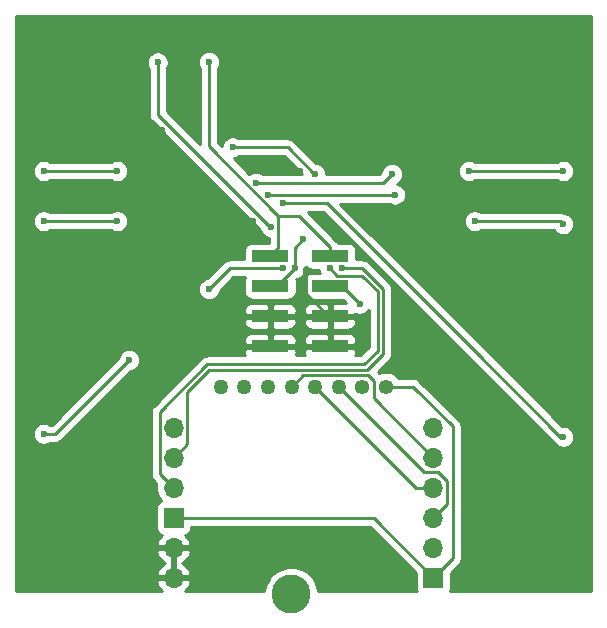
<source format=gbr>
%TF.GenerationSoftware,KiCad,Pcbnew,(5.1.5)-3*%
%TF.CreationDate,2021-06-07T17:55:49+02:00*%
%TF.ProjectId,HB-RC-6-PBU-LED,48422d52-432d-4362-9d50-42552d4c4544,rev?*%
%TF.SameCoordinates,Original*%
%TF.FileFunction,Copper,L2,Bot*%
%TF.FilePolarity,Positive*%
%FSLAX46Y46*%
G04 Gerber Fmt 4.6, Leading zero omitted, Abs format (unit mm)*
G04 Created by KiCad (PCBNEW (5.1.5)-3) date 2021-06-07 17:55:49*
%MOMM*%
%LPD*%
G04 APERTURE LIST*
%TA.AperFunction,SMDPad,CuDef*%
%ADD10R,3.150000X1.000000*%
%TD*%
%TA.AperFunction,ComponentPad*%
%ADD11O,1.270000X1.270000*%
%TD*%
%TA.AperFunction,ComponentPad*%
%ADD12C,1.270000*%
%TD*%
%TA.AperFunction,WasherPad*%
%ADD13C,3.300000*%
%TD*%
%TA.AperFunction,ComponentPad*%
%ADD14O,1.700000X1.700000*%
%TD*%
%TA.AperFunction,ComponentPad*%
%ADD15R,1.700000X1.700000*%
%TD*%
%TA.AperFunction,ViaPad*%
%ADD16C,0.600000*%
%TD*%
%TA.AperFunction,Conductor*%
%ADD17C,0.250000*%
%TD*%
%TA.AperFunction,Conductor*%
%ADD18C,0.254000*%
%TD*%
G04 APERTURE END LIST*
D10*
%TO.P,J1,8*%
%TO.N,GND*%
X192200000Y-78580000D03*
%TO.P,J1,7*%
X197250000Y-78580000D03*
%TO.P,J1,6*%
X192200000Y-76040000D03*
%TO.P,J1,5*%
X197250000Y-76040000D03*
%TO.P,J1,4*%
%TO.N,+3V3*%
X192200000Y-73500000D03*
%TO.P,J1,3*%
X197250000Y-73500000D03*
%TO.P,J1,2*%
%TO.N,+5V*%
X192200000Y-70960000D03*
%TO.P,J1,1*%
X197250000Y-70960000D03*
%TD*%
D11*
%TO.P,U2,1*%
%TO.N,+3V3*%
X202000000Y-82000000D03*
%TO.P,U2,2*%
%TO.N,GND*%
X200000000Y-82000000D03*
D12*
%TO.P,U2,3*%
%TO.N,/MOSI*%
X198000000Y-82000000D03*
%TO.P,U2,4*%
%TO.N,/SCK*%
X196000000Y-82000000D03*
%TO.P,U2,5*%
%TO.N,/MISO*%
X194000000Y-82000000D03*
%TO.P,U2,6*%
%TO.N,Net-(U2-Pad6)*%
X192000000Y-82000000D03*
%TO.P,U2,7*%
%TO.N,/GDO0*%
X190000000Y-82000000D03*
%TO.P,U2,8*%
%TO.N,/CC_CSN*%
X188000000Y-82000000D03*
D13*
%TO.P,U2,*%
%TO.N,*%
X193984000Y-99526000D03*
%TD*%
D14*
%TO.P,J2,6*%
%TO.N,/RESET*%
X206000000Y-85480000D03*
%TO.P,J2,5*%
%TO.N,/MISO*%
X206000000Y-88020000D03*
%TO.P,J2,4*%
%TO.N,/SCK*%
X206000000Y-90560000D03*
%TO.P,J2,3*%
%TO.N,/MOSI*%
X206000000Y-93100000D03*
%TO.P,J2,2*%
%TO.N,GND*%
X206000000Y-95640000D03*
D15*
%TO.P,J2,1*%
%TO.N,+3V3*%
X206000000Y-98180000D03*
%TD*%
D14*
%TO.P,J3,6*%
%TO.N,GND*%
X184000000Y-98200000D03*
%TO.P,J3,5*%
X184000000Y-95660000D03*
D15*
%TO.P,J3,4*%
%TO.N,+3V3*%
X184000000Y-93120000D03*
D14*
%TO.P,J3,3*%
%TO.N,/TX*%
X184000000Y-90580000D03*
%TO.P,J3,2*%
%TO.N,/RX*%
X184000000Y-88040000D03*
%TO.P,J3,1*%
%TO.N,/DTR*%
X184000000Y-85500000D03*
%TD*%
D16*
%TO.N,GND*%
X194750000Y-63750000D03*
X179000000Y-78500000D03*
X190750000Y-68000000D03*
X195250000Y-72250000D03*
X199750000Y-79000000D03*
X203750000Y-67250000D03*
X181000000Y-54500000D03*
X192500000Y-52500000D03*
X192500000Y-56000000D03*
X212875000Y-60875000D03*
X179000000Y-60250000D03*
X183000000Y-60250000D03*
X181000000Y-62000000D03*
X183000000Y-62000000D03*
X181000000Y-68750000D03*
X183500000Y-68750000D03*
X181000000Y-70750000D03*
X213750000Y-62500000D03*
X213750000Y-66000000D03*
X213750000Y-79250000D03*
X213750000Y-85250000D03*
X214000000Y-94750000D03*
X210750000Y-97750000D03*
X217000000Y-82000000D03*
X214750000Y-52750000D03*
X214000000Y-97750000D03*
X194750000Y-56000000D03*
X197000000Y-56000000D03*
X199250000Y-56000000D03*
X183500000Y-66750000D03*
X186000000Y-66750000D03*
X181000000Y-60250000D03*
X181000000Y-58250000D03*
X181000000Y-56350000D03*
X188600000Y-52550000D03*
X184800000Y-52550000D03*
X181000000Y-52550000D03*
%TO.N,+3V3*%
X196000000Y-64000000D03*
X195000000Y-69500000D03*
X194250000Y-72000000D03*
X199750000Y-75000000D03*
X189000000Y-61750000D03*
%TO.N,/RESET*%
X193250000Y-72000000D03*
X187000000Y-73750000D03*
%TO.N,+5V*%
X187000000Y-54500000D03*
%TO.N,/RX*%
X198250000Y-72000000D03*
%TO.N,/TX*%
X197250000Y-72000000D03*
%TO.N,/WS2812B_LED_3V3_Lvl*%
X182650000Y-54550000D03*
X192250000Y-68500000D03*
%TO.N,/BTN1*%
X173000000Y-63750000D03*
X179250000Y-63750000D03*
%TO.N,/BTN2*%
X173000000Y-68000000D03*
X179250000Y-68000000D03*
%TO.N,/BTN3*%
X173000000Y-86000000D03*
X180250000Y-79750000D03*
%TO.N,/BTN4*%
X217000000Y-63750000D03*
X209000000Y-63750000D03*
X202500000Y-64000000D03*
X191000000Y-64750000D03*
%TO.N,/BTN5*%
X217000000Y-68250000D03*
X202750000Y-65750000D03*
X192000000Y-65750000D03*
X209500000Y-68000000D03*
%TO.N,/BTN6*%
X193250000Y-66500000D03*
X217000000Y-86250000D03*
%TD*%
D17*
%TO.N,GND*%
X192200000Y-76040000D02*
X197250000Y-76040000D01*
X197250000Y-76040000D02*
X197250000Y-78580000D01*
X197250000Y-78580000D02*
X192200000Y-78580000D01*
X192200000Y-78580000D02*
X192200000Y-76040000D01*
X199330000Y-78580000D02*
X199750000Y-79000000D01*
X197250000Y-78580000D02*
X199330000Y-78580000D01*
X197129998Y-76040000D02*
X197250000Y-76040000D01*
X195250000Y-74160002D02*
X197129998Y-76040000D01*
X195250000Y-72250000D02*
X195250000Y-74160002D01*
%TO.N,+3V3*%
X207625011Y-96554989D02*
X206000000Y-98180000D01*
X207625011Y-85366009D02*
X207625011Y-96554989D01*
X204259002Y-82000000D02*
X207625011Y-85366009D01*
X202000000Y-82000000D02*
X204259002Y-82000000D01*
X200940000Y-93120000D02*
X206000000Y-98180000D01*
X184000000Y-93120000D02*
X200940000Y-93120000D01*
X194250000Y-70250000D02*
X195000000Y-69500000D01*
X194250000Y-72000000D02*
X194250000Y-70250000D01*
X192750000Y-73500000D02*
X194250000Y-72000000D01*
X192200000Y-73500000D02*
X192750000Y-73500000D01*
X198250000Y-73500000D02*
X199750000Y-75000000D01*
X197250000Y-73500000D02*
X198250000Y-73500000D01*
X195925002Y-64000000D02*
X196000000Y-64000000D01*
X193675002Y-61750000D02*
X195925002Y-64000000D01*
X189000000Y-61750000D02*
X193675002Y-61750000D01*
%TO.N,/RESET*%
X188750000Y-72000000D02*
X187000000Y-73750000D01*
X193250000Y-72000000D02*
X188750000Y-72000000D01*
%TO.N,+5V*%
X192875001Y-70284999D02*
X192200000Y-70960000D01*
X192875001Y-67550003D02*
X192875001Y-70284999D01*
X187000000Y-61675002D02*
X192875001Y-67550003D01*
X187000000Y-54500000D02*
X187000000Y-61675002D01*
X194590003Y-67550003D02*
X192875001Y-67550003D01*
X197250000Y-70210000D02*
X194590003Y-67550003D01*
X197250000Y-70960000D02*
X197250000Y-70210000D01*
%TO.N,/MOSI*%
X205250000Y-89250000D02*
X198000000Y-82000000D01*
X206429002Y-89250000D02*
X205250000Y-89250000D01*
X207175001Y-89995999D02*
X206429002Y-89250000D01*
X207175001Y-91924999D02*
X207175001Y-89995999D01*
X206000000Y-93100000D02*
X207175001Y-91924999D01*
%TO.N,/SCK*%
X204560000Y-90560000D02*
X196000000Y-82000000D01*
X206000000Y-90560000D02*
X204560000Y-90560000D01*
%TO.N,/MISO*%
X200460801Y-81039999D02*
X194960001Y-81039999D01*
X200960001Y-81539199D02*
X200460801Y-81039999D01*
X194960001Y-81039999D02*
X194000000Y-82000000D01*
X200960001Y-82980001D02*
X200960001Y-81539199D01*
X206000000Y-88020000D02*
X200960001Y-82980001D01*
%TO.N,/RX*%
X200000000Y-72000000D02*
X198250000Y-72000000D01*
X201750000Y-73750000D02*
X200000000Y-72000000D01*
X200410011Y-80589989D02*
X201750000Y-79250000D01*
X187046421Y-80589989D02*
X200410011Y-80589989D01*
X201750000Y-79250000D02*
X201750000Y-73750000D01*
X185175001Y-82461409D02*
X187046421Y-80589989D01*
X185175001Y-86864999D02*
X185175001Y-82461409D01*
X184000000Y-88040000D02*
X185175001Y-86864999D01*
%TO.N,/TX*%
X197875001Y-72625001D02*
X197250000Y-72000000D01*
X199988591Y-72625001D02*
X197875001Y-72625001D01*
X201299990Y-73936400D02*
X199988591Y-72625001D01*
X201299990Y-78950010D02*
X201299990Y-73936400D01*
X186875000Y-80125000D02*
X200125000Y-80125000D01*
X200125000Y-80125000D02*
X201299990Y-78950010D01*
X182824999Y-84175001D02*
X186875000Y-80125000D01*
X182824999Y-89404999D02*
X182824999Y-84175001D01*
X184000000Y-90580000D02*
X182824999Y-89404999D01*
%TO.N,/WS2812B_LED_3V3_Lvl*%
X192175002Y-68500000D02*
X192250000Y-68500000D01*
X182650000Y-54550000D02*
X182650000Y-58974998D01*
X182650000Y-58974998D02*
X192175002Y-68500000D01*
%TO.N,/BTN1*%
X173000000Y-63750000D02*
X179250000Y-63750000D01*
%TO.N,/BTN2*%
X173000000Y-68000000D02*
X179250000Y-68000000D01*
%TO.N,/BTN3*%
X174000000Y-86000000D02*
X180250000Y-79750000D01*
X173000000Y-86000000D02*
X174000000Y-86000000D01*
%TO.N,/BTN4*%
X209000000Y-63750000D02*
X217000000Y-63750000D01*
X201750000Y-64750000D02*
X202500000Y-64000000D01*
X191000000Y-64750000D02*
X201750000Y-64750000D01*
%TO.N,/BTN5*%
X192000000Y-65750000D02*
X202750000Y-65750000D01*
X216750000Y-68000000D02*
X217000000Y-68250000D01*
X209500000Y-68000000D02*
X216750000Y-68000000D01*
%TO.N,/BTN6*%
X216750000Y-86250000D02*
X217000000Y-86250000D01*
X193250000Y-66500000D02*
X195500000Y-66500000D01*
X197000000Y-66500000D02*
X209350000Y-78850000D01*
X195500000Y-66500000D02*
X197000000Y-66500000D01*
X209350000Y-78850000D02*
X216750000Y-86250000D01*
X208750000Y-78250000D02*
X209350000Y-78850000D01*
%TD*%
D18*
%TO.N,GND*%
G36*
X219340001Y-99340000D02*
G01*
X207404320Y-99340000D01*
X207439502Y-99274180D01*
X207475812Y-99154482D01*
X207488072Y-99030000D01*
X207488072Y-97766730D01*
X208136014Y-97118788D01*
X208165012Y-97094990D01*
X208259985Y-96979265D01*
X208330557Y-96847236D01*
X208374014Y-96703975D01*
X208385011Y-96592322D01*
X208388688Y-96554989D01*
X208385011Y-96517656D01*
X208385011Y-85403342D01*
X208388688Y-85366009D01*
X208374014Y-85217023D01*
X208330557Y-85073762D01*
X208259985Y-84941733D01*
X208188810Y-84855006D01*
X208165012Y-84826008D01*
X208136015Y-84802211D01*
X204822806Y-81489003D01*
X204799003Y-81459999D01*
X204683278Y-81365026D01*
X204551249Y-81294454D01*
X204407988Y-81250997D01*
X204296335Y-81240000D01*
X204296324Y-81240000D01*
X204259002Y-81236324D01*
X204221680Y-81240000D01*
X203019600Y-81240000D01*
X202986473Y-81190422D01*
X202809578Y-81013527D01*
X202601571Y-80874541D01*
X202370445Y-80778805D01*
X202125084Y-80730000D01*
X201874916Y-80730000D01*
X201629555Y-80778805D01*
X201398429Y-80874541D01*
X201381474Y-80885870D01*
X201285202Y-80789599D01*
X202261004Y-79813798D01*
X202290001Y-79790001D01*
X202384974Y-79674276D01*
X202455546Y-79542247D01*
X202499003Y-79398986D01*
X202510000Y-79287333D01*
X202510000Y-79287332D01*
X202513677Y-79250000D01*
X202510000Y-79212667D01*
X202510000Y-73787325D01*
X202513676Y-73750000D01*
X202510000Y-73712675D01*
X202510000Y-73712667D01*
X202499003Y-73601014D01*
X202455546Y-73457753D01*
X202384974Y-73325724D01*
X202290001Y-73209999D01*
X202261003Y-73186201D01*
X200563804Y-71489003D01*
X200540001Y-71459999D01*
X200424276Y-71365026D01*
X200292247Y-71294454D01*
X200148986Y-71250997D01*
X200037333Y-71240000D01*
X200037322Y-71240000D01*
X200000000Y-71236324D01*
X199962678Y-71240000D01*
X199463072Y-71240000D01*
X199463072Y-70460000D01*
X199450812Y-70335518D01*
X199414502Y-70215820D01*
X199355537Y-70105506D01*
X199276185Y-70008815D01*
X199179494Y-69929463D01*
X199069180Y-69870498D01*
X198949482Y-69834188D01*
X198825000Y-69821928D01*
X197904326Y-69821928D01*
X197884974Y-69785724D01*
X197790001Y-69669999D01*
X197761003Y-69646201D01*
X195374801Y-67260000D01*
X196685199Y-67260000D01*
X208838996Y-79413799D01*
X208839007Y-79413808D01*
X216186201Y-86761003D01*
X216209999Y-86790001D01*
X216268238Y-86837796D01*
X216273738Y-86846028D01*
X216403972Y-86976262D01*
X216557111Y-87078586D01*
X216727271Y-87149068D01*
X216907911Y-87185000D01*
X217092089Y-87185000D01*
X217272729Y-87149068D01*
X217442889Y-87078586D01*
X217596028Y-86976262D01*
X217726262Y-86846028D01*
X217828586Y-86692889D01*
X217899068Y-86522729D01*
X217935000Y-86342089D01*
X217935000Y-86157911D01*
X217899068Y-85977271D01*
X217828586Y-85807111D01*
X217726262Y-85653972D01*
X217596028Y-85523738D01*
X217442889Y-85421414D01*
X217272729Y-85350932D01*
X217092089Y-85315000D01*
X216907911Y-85315000D01*
X216892806Y-85318005D01*
X209913808Y-78339007D01*
X209913799Y-78338996D01*
X199482713Y-67907911D01*
X208565000Y-67907911D01*
X208565000Y-68092089D01*
X208600932Y-68272729D01*
X208671414Y-68442889D01*
X208773738Y-68596028D01*
X208903972Y-68726262D01*
X209057111Y-68828586D01*
X209227271Y-68899068D01*
X209407911Y-68935000D01*
X209592089Y-68935000D01*
X209772729Y-68899068D01*
X209942889Y-68828586D01*
X210045535Y-68760000D01*
X216216256Y-68760000D01*
X216273738Y-68846028D01*
X216403972Y-68976262D01*
X216557111Y-69078586D01*
X216727271Y-69149068D01*
X216907911Y-69185000D01*
X217092089Y-69185000D01*
X217272729Y-69149068D01*
X217442889Y-69078586D01*
X217596028Y-68976262D01*
X217726262Y-68846028D01*
X217828586Y-68692889D01*
X217899068Y-68522729D01*
X217935000Y-68342089D01*
X217935000Y-68157911D01*
X217899068Y-67977271D01*
X217828586Y-67807111D01*
X217726262Y-67653972D01*
X217596028Y-67523738D01*
X217442889Y-67421414D01*
X217272729Y-67350932D01*
X217092089Y-67315000D01*
X217080685Y-67315000D01*
X217042247Y-67294454D01*
X216898986Y-67250997D01*
X216787333Y-67240000D01*
X216787322Y-67240000D01*
X216750000Y-67236324D01*
X216712678Y-67240000D01*
X210045535Y-67240000D01*
X209942889Y-67171414D01*
X209772729Y-67100932D01*
X209592089Y-67065000D01*
X209407911Y-67065000D01*
X209227271Y-67100932D01*
X209057111Y-67171414D01*
X208903972Y-67273738D01*
X208773738Y-67403972D01*
X208671414Y-67557111D01*
X208600932Y-67727271D01*
X208565000Y-67907911D01*
X199482713Y-67907911D01*
X198084801Y-66510000D01*
X202204465Y-66510000D01*
X202307111Y-66578586D01*
X202477271Y-66649068D01*
X202657911Y-66685000D01*
X202842089Y-66685000D01*
X203022729Y-66649068D01*
X203192889Y-66578586D01*
X203346028Y-66476262D01*
X203476262Y-66346028D01*
X203578586Y-66192889D01*
X203649068Y-66022729D01*
X203685000Y-65842089D01*
X203685000Y-65657911D01*
X203649068Y-65477271D01*
X203578586Y-65307111D01*
X203476262Y-65153972D01*
X203346028Y-65023738D01*
X203192889Y-64921414D01*
X203022729Y-64850932D01*
X202932345Y-64832953D01*
X202942889Y-64828586D01*
X203096028Y-64726262D01*
X203226262Y-64596028D01*
X203328586Y-64442889D01*
X203399068Y-64272729D01*
X203435000Y-64092089D01*
X203435000Y-63907911D01*
X203399068Y-63727271D01*
X203370339Y-63657911D01*
X208065000Y-63657911D01*
X208065000Y-63842089D01*
X208100932Y-64022729D01*
X208171414Y-64192889D01*
X208273738Y-64346028D01*
X208403972Y-64476262D01*
X208557111Y-64578586D01*
X208727271Y-64649068D01*
X208907911Y-64685000D01*
X209092089Y-64685000D01*
X209272729Y-64649068D01*
X209442889Y-64578586D01*
X209545535Y-64510000D01*
X216454465Y-64510000D01*
X216557111Y-64578586D01*
X216727271Y-64649068D01*
X216907911Y-64685000D01*
X217092089Y-64685000D01*
X217272729Y-64649068D01*
X217442889Y-64578586D01*
X217596028Y-64476262D01*
X217726262Y-64346028D01*
X217828586Y-64192889D01*
X217899068Y-64022729D01*
X217935000Y-63842089D01*
X217935000Y-63657911D01*
X217899068Y-63477271D01*
X217828586Y-63307111D01*
X217726262Y-63153972D01*
X217596028Y-63023738D01*
X217442889Y-62921414D01*
X217272729Y-62850932D01*
X217092089Y-62815000D01*
X216907911Y-62815000D01*
X216727271Y-62850932D01*
X216557111Y-62921414D01*
X216454465Y-62990000D01*
X209545535Y-62990000D01*
X209442889Y-62921414D01*
X209272729Y-62850932D01*
X209092089Y-62815000D01*
X208907911Y-62815000D01*
X208727271Y-62850932D01*
X208557111Y-62921414D01*
X208403972Y-63023738D01*
X208273738Y-63153972D01*
X208171414Y-63307111D01*
X208100932Y-63477271D01*
X208065000Y-63657911D01*
X203370339Y-63657911D01*
X203328586Y-63557111D01*
X203226262Y-63403972D01*
X203096028Y-63273738D01*
X202942889Y-63171414D01*
X202772729Y-63100932D01*
X202592089Y-63065000D01*
X202407911Y-63065000D01*
X202227271Y-63100932D01*
X202057111Y-63171414D01*
X201903972Y-63273738D01*
X201773738Y-63403972D01*
X201671414Y-63557111D01*
X201600932Y-63727271D01*
X201576847Y-63848351D01*
X201435199Y-63990000D01*
X196935000Y-63990000D01*
X196935000Y-63907911D01*
X196899068Y-63727271D01*
X196828586Y-63557111D01*
X196726262Y-63403972D01*
X196596028Y-63273738D01*
X196442889Y-63171414D01*
X196272729Y-63100932D01*
X196092089Y-63065000D01*
X196064804Y-63065000D01*
X194238806Y-61239003D01*
X194215003Y-61209999D01*
X194099278Y-61115026D01*
X193967249Y-61044454D01*
X193823988Y-61000997D01*
X193712335Y-60990000D01*
X193712324Y-60990000D01*
X193675002Y-60986324D01*
X193637680Y-60990000D01*
X189545535Y-60990000D01*
X189442889Y-60921414D01*
X189272729Y-60850932D01*
X189092089Y-60815000D01*
X188907911Y-60815000D01*
X188727271Y-60850932D01*
X188557111Y-60921414D01*
X188403972Y-61023738D01*
X188273738Y-61153972D01*
X188171414Y-61307111D01*
X188100932Y-61477271D01*
X188065000Y-61657911D01*
X188065000Y-61665201D01*
X187760000Y-61360201D01*
X187760000Y-55045535D01*
X187828586Y-54942889D01*
X187899068Y-54772729D01*
X187935000Y-54592089D01*
X187935000Y-54407911D01*
X187899068Y-54227271D01*
X187828586Y-54057111D01*
X187726262Y-53903972D01*
X187596028Y-53773738D01*
X187442889Y-53671414D01*
X187272729Y-53600932D01*
X187092089Y-53565000D01*
X186907911Y-53565000D01*
X186727271Y-53600932D01*
X186557111Y-53671414D01*
X186403972Y-53773738D01*
X186273738Y-53903972D01*
X186171414Y-54057111D01*
X186100932Y-54227271D01*
X186065000Y-54407911D01*
X186065000Y-54592089D01*
X186100932Y-54772729D01*
X186171414Y-54942889D01*
X186240000Y-55045536D01*
X186240001Y-61490198D01*
X183410000Y-58660197D01*
X183410000Y-55095535D01*
X183478586Y-54992889D01*
X183549068Y-54822729D01*
X183585000Y-54642089D01*
X183585000Y-54457911D01*
X183549068Y-54277271D01*
X183478586Y-54107111D01*
X183376262Y-53953972D01*
X183246028Y-53823738D01*
X183092889Y-53721414D01*
X182922729Y-53650932D01*
X182742089Y-53615000D01*
X182557911Y-53615000D01*
X182377271Y-53650932D01*
X182207111Y-53721414D01*
X182053972Y-53823738D01*
X181923738Y-53953972D01*
X181821414Y-54107111D01*
X181750932Y-54277271D01*
X181715000Y-54457911D01*
X181715000Y-54642089D01*
X181750932Y-54822729D01*
X181821414Y-54992889D01*
X181890000Y-55095536D01*
X181890001Y-58937666D01*
X181886324Y-58974998D01*
X181900998Y-59123983D01*
X181944454Y-59267244D01*
X182015026Y-59399274D01*
X182086201Y-59486000D01*
X182110000Y-59514999D01*
X182138998Y-59538797D01*
X191345470Y-68745270D01*
X191350932Y-68772729D01*
X191421414Y-68942889D01*
X191523738Y-69096028D01*
X191653972Y-69226262D01*
X191807111Y-69328586D01*
X191977271Y-69399068D01*
X192115002Y-69426465D01*
X192115002Y-69821928D01*
X190625000Y-69821928D01*
X190500518Y-69834188D01*
X190380820Y-69870498D01*
X190270506Y-69929463D01*
X190173815Y-70008815D01*
X190094463Y-70105506D01*
X190035498Y-70215820D01*
X189999188Y-70335518D01*
X189986928Y-70460000D01*
X189986928Y-71240000D01*
X188787325Y-71240000D01*
X188750000Y-71236324D01*
X188712675Y-71240000D01*
X188712667Y-71240000D01*
X188601014Y-71250997D01*
X188457753Y-71294454D01*
X188325724Y-71365026D01*
X188209999Y-71459999D01*
X188186201Y-71488997D01*
X186848351Y-72826847D01*
X186727271Y-72850932D01*
X186557111Y-72921414D01*
X186403972Y-73023738D01*
X186273738Y-73153972D01*
X186171414Y-73307111D01*
X186100932Y-73477271D01*
X186065000Y-73657911D01*
X186065000Y-73842089D01*
X186100932Y-74022729D01*
X186171414Y-74192889D01*
X186273738Y-74346028D01*
X186403972Y-74476262D01*
X186557111Y-74578586D01*
X186727271Y-74649068D01*
X186907911Y-74685000D01*
X187092089Y-74685000D01*
X187272729Y-74649068D01*
X187442889Y-74578586D01*
X187596028Y-74476262D01*
X187726262Y-74346028D01*
X187828586Y-74192889D01*
X187899068Y-74022729D01*
X187923153Y-73901649D01*
X189064802Y-72760000D01*
X190034230Y-72760000D01*
X189999188Y-72875518D01*
X189986928Y-73000000D01*
X189986928Y-74000000D01*
X189999188Y-74124482D01*
X190035498Y-74244180D01*
X190094463Y-74354494D01*
X190173815Y-74451185D01*
X190270506Y-74530537D01*
X190380820Y-74589502D01*
X190500518Y-74625812D01*
X190625000Y-74638072D01*
X193775000Y-74638072D01*
X193899482Y-74625812D01*
X194019180Y-74589502D01*
X194129494Y-74530537D01*
X194226185Y-74451185D01*
X194305537Y-74354494D01*
X194364502Y-74244180D01*
X194400812Y-74124482D01*
X194413072Y-74000000D01*
X194413072Y-73000000D01*
X194405429Y-72922401D01*
X194522729Y-72899068D01*
X194692889Y-72828586D01*
X194846028Y-72726262D01*
X194976262Y-72596028D01*
X195078586Y-72442889D01*
X195149068Y-72272729D01*
X195185000Y-72092089D01*
X195185000Y-71907911D01*
X195173442Y-71849805D01*
X195223815Y-71911185D01*
X195320506Y-71990537D01*
X195430820Y-72049502D01*
X195550518Y-72085812D01*
X195675000Y-72098072D01*
X196316190Y-72098072D01*
X196350932Y-72272729D01*
X196387879Y-72361928D01*
X195675000Y-72361928D01*
X195550518Y-72374188D01*
X195430820Y-72410498D01*
X195320506Y-72469463D01*
X195223815Y-72548815D01*
X195144463Y-72645506D01*
X195085498Y-72755820D01*
X195049188Y-72875518D01*
X195036928Y-73000000D01*
X195036928Y-74000000D01*
X195049188Y-74124482D01*
X195085498Y-74244180D01*
X195144463Y-74354494D01*
X195223815Y-74451185D01*
X195320506Y-74530537D01*
X195430820Y-74589502D01*
X195550518Y-74625812D01*
X195675000Y-74638072D01*
X198313271Y-74638072D01*
X198577716Y-74902517D01*
X197535750Y-74905000D01*
X197377000Y-75063750D01*
X197377000Y-75913000D01*
X199301250Y-75913000D01*
X199362656Y-75851594D01*
X199477271Y-75899068D01*
X199657911Y-75935000D01*
X199842089Y-75935000D01*
X200022729Y-75899068D01*
X200192889Y-75828586D01*
X200346028Y-75726262D01*
X200476262Y-75596028D01*
X200539991Y-75500651D01*
X200539990Y-78635208D01*
X199810199Y-79365000D01*
X199392683Y-79365000D01*
X199414502Y-79324180D01*
X199450812Y-79204482D01*
X199463072Y-79080000D01*
X199460000Y-78865750D01*
X199301250Y-78707000D01*
X197377000Y-78707000D01*
X197377000Y-78727000D01*
X197123000Y-78727000D01*
X197123000Y-78707000D01*
X195198750Y-78707000D01*
X195040000Y-78865750D01*
X195036928Y-79080000D01*
X195049188Y-79204482D01*
X195085498Y-79324180D01*
X195107317Y-79365000D01*
X194342683Y-79365000D01*
X194364502Y-79324180D01*
X194400812Y-79204482D01*
X194413072Y-79080000D01*
X194410000Y-78865750D01*
X194251250Y-78707000D01*
X192327000Y-78707000D01*
X192327000Y-78727000D01*
X192073000Y-78727000D01*
X192073000Y-78707000D01*
X190148750Y-78707000D01*
X189990000Y-78865750D01*
X189986928Y-79080000D01*
X189999188Y-79204482D01*
X190035498Y-79324180D01*
X190057317Y-79365000D01*
X186912322Y-79365000D01*
X186874999Y-79361324D01*
X186837676Y-79365000D01*
X186837667Y-79365000D01*
X186726014Y-79375997D01*
X186582753Y-79419454D01*
X186450724Y-79490026D01*
X186334999Y-79584999D01*
X186311201Y-79613997D01*
X182313997Y-83611202D01*
X182284999Y-83635000D01*
X182261201Y-83663998D01*
X182261200Y-83663999D01*
X182190025Y-83750725D01*
X182119453Y-83882755D01*
X182089179Y-83982559D01*
X182079339Y-84015000D01*
X182075997Y-84026016D01*
X182061323Y-84175001D01*
X182065000Y-84212333D01*
X182064999Y-89367676D01*
X182061323Y-89404999D01*
X182064999Y-89442321D01*
X182064999Y-89442331D01*
X182075996Y-89553984D01*
X182112485Y-89674275D01*
X182119453Y-89697245D01*
X182190025Y-89829275D01*
X182228855Y-89876589D01*
X182284998Y-89945000D01*
X182314002Y-89968803D01*
X182558791Y-90213592D01*
X182515000Y-90433740D01*
X182515000Y-90726260D01*
X182572068Y-91013158D01*
X182684010Y-91283411D01*
X182846525Y-91526632D01*
X182978380Y-91658487D01*
X182905820Y-91680498D01*
X182795506Y-91739463D01*
X182698815Y-91818815D01*
X182619463Y-91915506D01*
X182560498Y-92025820D01*
X182524188Y-92145518D01*
X182511928Y-92270000D01*
X182511928Y-93970000D01*
X182524188Y-94094482D01*
X182560498Y-94214180D01*
X182619463Y-94324494D01*
X182698815Y-94421185D01*
X182795506Y-94500537D01*
X182905820Y-94559502D01*
X182986466Y-94583966D01*
X182902412Y-94659731D01*
X182728359Y-94893080D01*
X182603175Y-95155901D01*
X182558524Y-95303110D01*
X182679845Y-95533000D01*
X183873000Y-95533000D01*
X183873000Y-95513000D01*
X184127000Y-95513000D01*
X184127000Y-95533000D01*
X185320155Y-95533000D01*
X185441476Y-95303110D01*
X185396825Y-95155901D01*
X185271641Y-94893080D01*
X185097588Y-94659731D01*
X185013534Y-94583966D01*
X185094180Y-94559502D01*
X185204494Y-94500537D01*
X185301185Y-94421185D01*
X185380537Y-94324494D01*
X185439502Y-94214180D01*
X185475812Y-94094482D01*
X185488072Y-93970000D01*
X185488072Y-93880000D01*
X200625199Y-93880000D01*
X204511928Y-97766730D01*
X204511928Y-99030000D01*
X204524188Y-99154482D01*
X204560498Y-99274180D01*
X204595680Y-99340000D01*
X196269000Y-99340000D01*
X196269000Y-99300947D01*
X196181189Y-98859490D01*
X196008941Y-98443647D01*
X195758875Y-98069397D01*
X195440603Y-97751125D01*
X195066353Y-97501059D01*
X194650510Y-97328811D01*
X194209053Y-97241000D01*
X193758947Y-97241000D01*
X193317490Y-97328811D01*
X192901647Y-97501059D01*
X192527397Y-97751125D01*
X192209125Y-98069397D01*
X191959059Y-98443647D01*
X191786811Y-98859490D01*
X191699000Y-99300947D01*
X191699000Y-99340000D01*
X184942570Y-99340000D01*
X185097588Y-99200269D01*
X185271641Y-98966920D01*
X185396825Y-98704099D01*
X185441476Y-98556890D01*
X185320155Y-98327000D01*
X184127000Y-98327000D01*
X184127000Y-98347000D01*
X183873000Y-98347000D01*
X183873000Y-98327000D01*
X182679845Y-98327000D01*
X182558524Y-98556890D01*
X182603175Y-98704099D01*
X182728359Y-98966920D01*
X182902412Y-99200269D01*
X183057430Y-99340000D01*
X170660000Y-99340000D01*
X170660000Y-96016890D01*
X182558524Y-96016890D01*
X182603175Y-96164099D01*
X182728359Y-96426920D01*
X182902412Y-96660269D01*
X183118645Y-96855178D01*
X183244255Y-96930000D01*
X183118645Y-97004822D01*
X182902412Y-97199731D01*
X182728359Y-97433080D01*
X182603175Y-97695901D01*
X182558524Y-97843110D01*
X182679845Y-98073000D01*
X183873000Y-98073000D01*
X183873000Y-95787000D01*
X184127000Y-95787000D01*
X184127000Y-98073000D01*
X185320155Y-98073000D01*
X185441476Y-97843110D01*
X185396825Y-97695901D01*
X185271641Y-97433080D01*
X185097588Y-97199731D01*
X184881355Y-97004822D01*
X184755745Y-96930000D01*
X184881355Y-96855178D01*
X185097588Y-96660269D01*
X185271641Y-96426920D01*
X185396825Y-96164099D01*
X185441476Y-96016890D01*
X185320155Y-95787000D01*
X184127000Y-95787000D01*
X183873000Y-95787000D01*
X182679845Y-95787000D01*
X182558524Y-96016890D01*
X170660000Y-96016890D01*
X170660000Y-85907911D01*
X172065000Y-85907911D01*
X172065000Y-86092089D01*
X172100932Y-86272729D01*
X172171414Y-86442889D01*
X172273738Y-86596028D01*
X172403972Y-86726262D01*
X172557111Y-86828586D01*
X172727271Y-86899068D01*
X172907911Y-86935000D01*
X173092089Y-86935000D01*
X173272729Y-86899068D01*
X173442889Y-86828586D01*
X173545535Y-86760000D01*
X173962678Y-86760000D01*
X174000000Y-86763676D01*
X174037322Y-86760000D01*
X174037333Y-86760000D01*
X174148986Y-86749003D01*
X174292247Y-86705546D01*
X174424276Y-86634974D01*
X174540001Y-86540001D01*
X174563804Y-86510997D01*
X180401649Y-80673153D01*
X180522729Y-80649068D01*
X180692889Y-80578586D01*
X180846028Y-80476262D01*
X180976262Y-80346028D01*
X181078586Y-80192889D01*
X181149068Y-80022729D01*
X181185000Y-79842089D01*
X181185000Y-79657911D01*
X181149068Y-79477271D01*
X181078586Y-79307111D01*
X180976262Y-79153972D01*
X180846028Y-79023738D01*
X180692889Y-78921414D01*
X180522729Y-78850932D01*
X180342089Y-78815000D01*
X180157911Y-78815000D01*
X179977271Y-78850932D01*
X179807111Y-78921414D01*
X179653972Y-79023738D01*
X179523738Y-79153972D01*
X179421414Y-79307111D01*
X179350932Y-79477271D01*
X179326847Y-79598351D01*
X173685199Y-85240000D01*
X173545535Y-85240000D01*
X173442889Y-85171414D01*
X173272729Y-85100932D01*
X173092089Y-85065000D01*
X172907911Y-85065000D01*
X172727271Y-85100932D01*
X172557111Y-85171414D01*
X172403972Y-85273738D01*
X172273738Y-85403972D01*
X172171414Y-85557111D01*
X172100932Y-85727271D01*
X172065000Y-85907911D01*
X170660000Y-85907911D01*
X170660000Y-78080000D01*
X189986928Y-78080000D01*
X189990000Y-78294250D01*
X190148750Y-78453000D01*
X192073000Y-78453000D01*
X192073000Y-77603750D01*
X192327000Y-77603750D01*
X192327000Y-78453000D01*
X194251250Y-78453000D01*
X194410000Y-78294250D01*
X194413072Y-78080000D01*
X195036928Y-78080000D01*
X195040000Y-78294250D01*
X195198750Y-78453000D01*
X197123000Y-78453000D01*
X197123000Y-77603750D01*
X197377000Y-77603750D01*
X197377000Y-78453000D01*
X199301250Y-78453000D01*
X199460000Y-78294250D01*
X199463072Y-78080000D01*
X199450812Y-77955518D01*
X199414502Y-77835820D01*
X199355537Y-77725506D01*
X199276185Y-77628815D01*
X199179494Y-77549463D01*
X199069180Y-77490498D01*
X198949482Y-77454188D01*
X198825000Y-77441928D01*
X197535750Y-77445000D01*
X197377000Y-77603750D01*
X197123000Y-77603750D01*
X196964250Y-77445000D01*
X195675000Y-77441928D01*
X195550518Y-77454188D01*
X195430820Y-77490498D01*
X195320506Y-77549463D01*
X195223815Y-77628815D01*
X195144463Y-77725506D01*
X195085498Y-77835820D01*
X195049188Y-77955518D01*
X195036928Y-78080000D01*
X194413072Y-78080000D01*
X194400812Y-77955518D01*
X194364502Y-77835820D01*
X194305537Y-77725506D01*
X194226185Y-77628815D01*
X194129494Y-77549463D01*
X194019180Y-77490498D01*
X193899482Y-77454188D01*
X193775000Y-77441928D01*
X192485750Y-77445000D01*
X192327000Y-77603750D01*
X192073000Y-77603750D01*
X191914250Y-77445000D01*
X190625000Y-77441928D01*
X190500518Y-77454188D01*
X190380820Y-77490498D01*
X190270506Y-77549463D01*
X190173815Y-77628815D01*
X190094463Y-77725506D01*
X190035498Y-77835820D01*
X189999188Y-77955518D01*
X189986928Y-78080000D01*
X170660000Y-78080000D01*
X170660000Y-76540000D01*
X189986928Y-76540000D01*
X189999188Y-76664482D01*
X190035498Y-76784180D01*
X190094463Y-76894494D01*
X190173815Y-76991185D01*
X190270506Y-77070537D01*
X190380820Y-77129502D01*
X190500518Y-77165812D01*
X190625000Y-77178072D01*
X191914250Y-77175000D01*
X192073000Y-77016250D01*
X192073000Y-76167000D01*
X192327000Y-76167000D01*
X192327000Y-77016250D01*
X192485750Y-77175000D01*
X193775000Y-77178072D01*
X193899482Y-77165812D01*
X194019180Y-77129502D01*
X194129494Y-77070537D01*
X194226185Y-76991185D01*
X194305537Y-76894494D01*
X194364502Y-76784180D01*
X194400812Y-76664482D01*
X194413072Y-76540000D01*
X195036928Y-76540000D01*
X195049188Y-76664482D01*
X195085498Y-76784180D01*
X195144463Y-76894494D01*
X195223815Y-76991185D01*
X195320506Y-77070537D01*
X195430820Y-77129502D01*
X195550518Y-77165812D01*
X195675000Y-77178072D01*
X196964250Y-77175000D01*
X197123000Y-77016250D01*
X197123000Y-76167000D01*
X197377000Y-76167000D01*
X197377000Y-77016250D01*
X197535750Y-77175000D01*
X198825000Y-77178072D01*
X198949482Y-77165812D01*
X199069180Y-77129502D01*
X199179494Y-77070537D01*
X199276185Y-76991185D01*
X199355537Y-76894494D01*
X199414502Y-76784180D01*
X199450812Y-76664482D01*
X199463072Y-76540000D01*
X199460000Y-76325750D01*
X199301250Y-76167000D01*
X197377000Y-76167000D01*
X197123000Y-76167000D01*
X195198750Y-76167000D01*
X195040000Y-76325750D01*
X195036928Y-76540000D01*
X194413072Y-76540000D01*
X194410000Y-76325750D01*
X194251250Y-76167000D01*
X192327000Y-76167000D01*
X192073000Y-76167000D01*
X190148750Y-76167000D01*
X189990000Y-76325750D01*
X189986928Y-76540000D01*
X170660000Y-76540000D01*
X170660000Y-75540000D01*
X189986928Y-75540000D01*
X189990000Y-75754250D01*
X190148750Y-75913000D01*
X192073000Y-75913000D01*
X192073000Y-75063750D01*
X192327000Y-75063750D01*
X192327000Y-75913000D01*
X194251250Y-75913000D01*
X194410000Y-75754250D01*
X194413072Y-75540000D01*
X195036928Y-75540000D01*
X195040000Y-75754250D01*
X195198750Y-75913000D01*
X197123000Y-75913000D01*
X197123000Y-75063750D01*
X196964250Y-74905000D01*
X195675000Y-74901928D01*
X195550518Y-74914188D01*
X195430820Y-74950498D01*
X195320506Y-75009463D01*
X195223815Y-75088815D01*
X195144463Y-75185506D01*
X195085498Y-75295820D01*
X195049188Y-75415518D01*
X195036928Y-75540000D01*
X194413072Y-75540000D01*
X194400812Y-75415518D01*
X194364502Y-75295820D01*
X194305537Y-75185506D01*
X194226185Y-75088815D01*
X194129494Y-75009463D01*
X194019180Y-74950498D01*
X193899482Y-74914188D01*
X193775000Y-74901928D01*
X192485750Y-74905000D01*
X192327000Y-75063750D01*
X192073000Y-75063750D01*
X191914250Y-74905000D01*
X190625000Y-74901928D01*
X190500518Y-74914188D01*
X190380820Y-74950498D01*
X190270506Y-75009463D01*
X190173815Y-75088815D01*
X190094463Y-75185506D01*
X190035498Y-75295820D01*
X189999188Y-75415518D01*
X189986928Y-75540000D01*
X170660000Y-75540000D01*
X170660000Y-67907911D01*
X172065000Y-67907911D01*
X172065000Y-68092089D01*
X172100932Y-68272729D01*
X172171414Y-68442889D01*
X172273738Y-68596028D01*
X172403972Y-68726262D01*
X172557111Y-68828586D01*
X172727271Y-68899068D01*
X172907911Y-68935000D01*
X173092089Y-68935000D01*
X173272729Y-68899068D01*
X173442889Y-68828586D01*
X173545535Y-68760000D01*
X178704465Y-68760000D01*
X178807111Y-68828586D01*
X178977271Y-68899068D01*
X179157911Y-68935000D01*
X179342089Y-68935000D01*
X179522729Y-68899068D01*
X179692889Y-68828586D01*
X179846028Y-68726262D01*
X179976262Y-68596028D01*
X180078586Y-68442889D01*
X180149068Y-68272729D01*
X180185000Y-68092089D01*
X180185000Y-67907911D01*
X180149068Y-67727271D01*
X180078586Y-67557111D01*
X179976262Y-67403972D01*
X179846028Y-67273738D01*
X179692889Y-67171414D01*
X179522729Y-67100932D01*
X179342089Y-67065000D01*
X179157911Y-67065000D01*
X178977271Y-67100932D01*
X178807111Y-67171414D01*
X178704465Y-67240000D01*
X173545535Y-67240000D01*
X173442889Y-67171414D01*
X173272729Y-67100932D01*
X173092089Y-67065000D01*
X172907911Y-67065000D01*
X172727271Y-67100932D01*
X172557111Y-67171414D01*
X172403972Y-67273738D01*
X172273738Y-67403972D01*
X172171414Y-67557111D01*
X172100932Y-67727271D01*
X172065000Y-67907911D01*
X170660000Y-67907911D01*
X170660000Y-63657911D01*
X172065000Y-63657911D01*
X172065000Y-63842089D01*
X172100932Y-64022729D01*
X172171414Y-64192889D01*
X172273738Y-64346028D01*
X172403972Y-64476262D01*
X172557111Y-64578586D01*
X172727271Y-64649068D01*
X172907911Y-64685000D01*
X173092089Y-64685000D01*
X173272729Y-64649068D01*
X173442889Y-64578586D01*
X173545535Y-64510000D01*
X178704465Y-64510000D01*
X178807111Y-64578586D01*
X178977271Y-64649068D01*
X179157911Y-64685000D01*
X179342089Y-64685000D01*
X179522729Y-64649068D01*
X179692889Y-64578586D01*
X179846028Y-64476262D01*
X179976262Y-64346028D01*
X180078586Y-64192889D01*
X180149068Y-64022729D01*
X180185000Y-63842089D01*
X180185000Y-63657911D01*
X180149068Y-63477271D01*
X180078586Y-63307111D01*
X179976262Y-63153972D01*
X179846028Y-63023738D01*
X179692889Y-62921414D01*
X179522729Y-62850932D01*
X179342089Y-62815000D01*
X179157911Y-62815000D01*
X178977271Y-62850932D01*
X178807111Y-62921414D01*
X178704465Y-62990000D01*
X173545535Y-62990000D01*
X173442889Y-62921414D01*
X173272729Y-62850932D01*
X173092089Y-62815000D01*
X172907911Y-62815000D01*
X172727271Y-62850932D01*
X172557111Y-62921414D01*
X172403972Y-63023738D01*
X172273738Y-63153972D01*
X172171414Y-63307111D01*
X172100932Y-63477271D01*
X172065000Y-63657911D01*
X170660000Y-63657911D01*
X170660000Y-50660000D01*
X219340000Y-50660000D01*
X219340001Y-99340000D01*
G37*
X219340001Y-99340000D02*
X207404320Y-99340000D01*
X207439502Y-99274180D01*
X207475812Y-99154482D01*
X207488072Y-99030000D01*
X207488072Y-97766730D01*
X208136014Y-97118788D01*
X208165012Y-97094990D01*
X208259985Y-96979265D01*
X208330557Y-96847236D01*
X208374014Y-96703975D01*
X208385011Y-96592322D01*
X208388688Y-96554989D01*
X208385011Y-96517656D01*
X208385011Y-85403342D01*
X208388688Y-85366009D01*
X208374014Y-85217023D01*
X208330557Y-85073762D01*
X208259985Y-84941733D01*
X208188810Y-84855006D01*
X208165012Y-84826008D01*
X208136015Y-84802211D01*
X204822806Y-81489003D01*
X204799003Y-81459999D01*
X204683278Y-81365026D01*
X204551249Y-81294454D01*
X204407988Y-81250997D01*
X204296335Y-81240000D01*
X204296324Y-81240000D01*
X204259002Y-81236324D01*
X204221680Y-81240000D01*
X203019600Y-81240000D01*
X202986473Y-81190422D01*
X202809578Y-81013527D01*
X202601571Y-80874541D01*
X202370445Y-80778805D01*
X202125084Y-80730000D01*
X201874916Y-80730000D01*
X201629555Y-80778805D01*
X201398429Y-80874541D01*
X201381474Y-80885870D01*
X201285202Y-80789599D01*
X202261004Y-79813798D01*
X202290001Y-79790001D01*
X202384974Y-79674276D01*
X202455546Y-79542247D01*
X202499003Y-79398986D01*
X202510000Y-79287333D01*
X202510000Y-79287332D01*
X202513677Y-79250000D01*
X202510000Y-79212667D01*
X202510000Y-73787325D01*
X202513676Y-73750000D01*
X202510000Y-73712675D01*
X202510000Y-73712667D01*
X202499003Y-73601014D01*
X202455546Y-73457753D01*
X202384974Y-73325724D01*
X202290001Y-73209999D01*
X202261003Y-73186201D01*
X200563804Y-71489003D01*
X200540001Y-71459999D01*
X200424276Y-71365026D01*
X200292247Y-71294454D01*
X200148986Y-71250997D01*
X200037333Y-71240000D01*
X200037322Y-71240000D01*
X200000000Y-71236324D01*
X199962678Y-71240000D01*
X199463072Y-71240000D01*
X199463072Y-70460000D01*
X199450812Y-70335518D01*
X199414502Y-70215820D01*
X199355537Y-70105506D01*
X199276185Y-70008815D01*
X199179494Y-69929463D01*
X199069180Y-69870498D01*
X198949482Y-69834188D01*
X198825000Y-69821928D01*
X197904326Y-69821928D01*
X197884974Y-69785724D01*
X197790001Y-69669999D01*
X197761003Y-69646201D01*
X195374801Y-67260000D01*
X196685199Y-67260000D01*
X208838996Y-79413799D01*
X208839007Y-79413808D01*
X216186201Y-86761003D01*
X216209999Y-86790001D01*
X216268238Y-86837796D01*
X216273738Y-86846028D01*
X216403972Y-86976262D01*
X216557111Y-87078586D01*
X216727271Y-87149068D01*
X216907911Y-87185000D01*
X217092089Y-87185000D01*
X217272729Y-87149068D01*
X217442889Y-87078586D01*
X217596028Y-86976262D01*
X217726262Y-86846028D01*
X217828586Y-86692889D01*
X217899068Y-86522729D01*
X217935000Y-86342089D01*
X217935000Y-86157911D01*
X217899068Y-85977271D01*
X217828586Y-85807111D01*
X217726262Y-85653972D01*
X217596028Y-85523738D01*
X217442889Y-85421414D01*
X217272729Y-85350932D01*
X217092089Y-85315000D01*
X216907911Y-85315000D01*
X216892806Y-85318005D01*
X209913808Y-78339007D01*
X209913799Y-78338996D01*
X199482713Y-67907911D01*
X208565000Y-67907911D01*
X208565000Y-68092089D01*
X208600932Y-68272729D01*
X208671414Y-68442889D01*
X208773738Y-68596028D01*
X208903972Y-68726262D01*
X209057111Y-68828586D01*
X209227271Y-68899068D01*
X209407911Y-68935000D01*
X209592089Y-68935000D01*
X209772729Y-68899068D01*
X209942889Y-68828586D01*
X210045535Y-68760000D01*
X216216256Y-68760000D01*
X216273738Y-68846028D01*
X216403972Y-68976262D01*
X216557111Y-69078586D01*
X216727271Y-69149068D01*
X216907911Y-69185000D01*
X217092089Y-69185000D01*
X217272729Y-69149068D01*
X217442889Y-69078586D01*
X217596028Y-68976262D01*
X217726262Y-68846028D01*
X217828586Y-68692889D01*
X217899068Y-68522729D01*
X217935000Y-68342089D01*
X217935000Y-68157911D01*
X217899068Y-67977271D01*
X217828586Y-67807111D01*
X217726262Y-67653972D01*
X217596028Y-67523738D01*
X217442889Y-67421414D01*
X217272729Y-67350932D01*
X217092089Y-67315000D01*
X217080685Y-67315000D01*
X217042247Y-67294454D01*
X216898986Y-67250997D01*
X216787333Y-67240000D01*
X216787322Y-67240000D01*
X216750000Y-67236324D01*
X216712678Y-67240000D01*
X210045535Y-67240000D01*
X209942889Y-67171414D01*
X209772729Y-67100932D01*
X209592089Y-67065000D01*
X209407911Y-67065000D01*
X209227271Y-67100932D01*
X209057111Y-67171414D01*
X208903972Y-67273738D01*
X208773738Y-67403972D01*
X208671414Y-67557111D01*
X208600932Y-67727271D01*
X208565000Y-67907911D01*
X199482713Y-67907911D01*
X198084801Y-66510000D01*
X202204465Y-66510000D01*
X202307111Y-66578586D01*
X202477271Y-66649068D01*
X202657911Y-66685000D01*
X202842089Y-66685000D01*
X203022729Y-66649068D01*
X203192889Y-66578586D01*
X203346028Y-66476262D01*
X203476262Y-66346028D01*
X203578586Y-66192889D01*
X203649068Y-66022729D01*
X203685000Y-65842089D01*
X203685000Y-65657911D01*
X203649068Y-65477271D01*
X203578586Y-65307111D01*
X203476262Y-65153972D01*
X203346028Y-65023738D01*
X203192889Y-64921414D01*
X203022729Y-64850932D01*
X202932345Y-64832953D01*
X202942889Y-64828586D01*
X203096028Y-64726262D01*
X203226262Y-64596028D01*
X203328586Y-64442889D01*
X203399068Y-64272729D01*
X203435000Y-64092089D01*
X203435000Y-63907911D01*
X203399068Y-63727271D01*
X203370339Y-63657911D01*
X208065000Y-63657911D01*
X208065000Y-63842089D01*
X208100932Y-64022729D01*
X208171414Y-64192889D01*
X208273738Y-64346028D01*
X208403972Y-64476262D01*
X208557111Y-64578586D01*
X208727271Y-64649068D01*
X208907911Y-64685000D01*
X209092089Y-64685000D01*
X209272729Y-64649068D01*
X209442889Y-64578586D01*
X209545535Y-64510000D01*
X216454465Y-64510000D01*
X216557111Y-64578586D01*
X216727271Y-64649068D01*
X216907911Y-64685000D01*
X217092089Y-64685000D01*
X217272729Y-64649068D01*
X217442889Y-64578586D01*
X217596028Y-64476262D01*
X217726262Y-64346028D01*
X217828586Y-64192889D01*
X217899068Y-64022729D01*
X217935000Y-63842089D01*
X217935000Y-63657911D01*
X217899068Y-63477271D01*
X217828586Y-63307111D01*
X217726262Y-63153972D01*
X217596028Y-63023738D01*
X217442889Y-62921414D01*
X217272729Y-62850932D01*
X217092089Y-62815000D01*
X216907911Y-62815000D01*
X216727271Y-62850932D01*
X216557111Y-62921414D01*
X216454465Y-62990000D01*
X209545535Y-62990000D01*
X209442889Y-62921414D01*
X209272729Y-62850932D01*
X209092089Y-62815000D01*
X208907911Y-62815000D01*
X208727271Y-62850932D01*
X208557111Y-62921414D01*
X208403972Y-63023738D01*
X208273738Y-63153972D01*
X208171414Y-63307111D01*
X208100932Y-63477271D01*
X208065000Y-63657911D01*
X203370339Y-63657911D01*
X203328586Y-63557111D01*
X203226262Y-63403972D01*
X203096028Y-63273738D01*
X202942889Y-63171414D01*
X202772729Y-63100932D01*
X202592089Y-63065000D01*
X202407911Y-63065000D01*
X202227271Y-63100932D01*
X202057111Y-63171414D01*
X201903972Y-63273738D01*
X201773738Y-63403972D01*
X201671414Y-63557111D01*
X201600932Y-63727271D01*
X201576847Y-63848351D01*
X201435199Y-63990000D01*
X196935000Y-63990000D01*
X196935000Y-63907911D01*
X196899068Y-63727271D01*
X196828586Y-63557111D01*
X196726262Y-63403972D01*
X196596028Y-63273738D01*
X196442889Y-63171414D01*
X196272729Y-63100932D01*
X196092089Y-63065000D01*
X196064804Y-63065000D01*
X194238806Y-61239003D01*
X194215003Y-61209999D01*
X194099278Y-61115026D01*
X193967249Y-61044454D01*
X193823988Y-61000997D01*
X193712335Y-60990000D01*
X193712324Y-60990000D01*
X193675002Y-60986324D01*
X193637680Y-60990000D01*
X189545535Y-60990000D01*
X189442889Y-60921414D01*
X189272729Y-60850932D01*
X189092089Y-60815000D01*
X188907911Y-60815000D01*
X188727271Y-60850932D01*
X188557111Y-60921414D01*
X188403972Y-61023738D01*
X188273738Y-61153972D01*
X188171414Y-61307111D01*
X188100932Y-61477271D01*
X188065000Y-61657911D01*
X188065000Y-61665201D01*
X187760000Y-61360201D01*
X187760000Y-55045535D01*
X187828586Y-54942889D01*
X187899068Y-54772729D01*
X187935000Y-54592089D01*
X187935000Y-54407911D01*
X187899068Y-54227271D01*
X187828586Y-54057111D01*
X187726262Y-53903972D01*
X187596028Y-53773738D01*
X187442889Y-53671414D01*
X187272729Y-53600932D01*
X187092089Y-53565000D01*
X186907911Y-53565000D01*
X186727271Y-53600932D01*
X186557111Y-53671414D01*
X186403972Y-53773738D01*
X186273738Y-53903972D01*
X186171414Y-54057111D01*
X186100932Y-54227271D01*
X186065000Y-54407911D01*
X186065000Y-54592089D01*
X186100932Y-54772729D01*
X186171414Y-54942889D01*
X186240000Y-55045536D01*
X186240001Y-61490198D01*
X183410000Y-58660197D01*
X183410000Y-55095535D01*
X183478586Y-54992889D01*
X183549068Y-54822729D01*
X183585000Y-54642089D01*
X183585000Y-54457911D01*
X183549068Y-54277271D01*
X183478586Y-54107111D01*
X183376262Y-53953972D01*
X183246028Y-53823738D01*
X183092889Y-53721414D01*
X182922729Y-53650932D01*
X182742089Y-53615000D01*
X182557911Y-53615000D01*
X182377271Y-53650932D01*
X182207111Y-53721414D01*
X182053972Y-53823738D01*
X181923738Y-53953972D01*
X181821414Y-54107111D01*
X181750932Y-54277271D01*
X181715000Y-54457911D01*
X181715000Y-54642089D01*
X181750932Y-54822729D01*
X181821414Y-54992889D01*
X181890000Y-55095536D01*
X181890001Y-58937666D01*
X181886324Y-58974998D01*
X181900998Y-59123983D01*
X181944454Y-59267244D01*
X182015026Y-59399274D01*
X182086201Y-59486000D01*
X182110000Y-59514999D01*
X182138998Y-59538797D01*
X191345470Y-68745270D01*
X191350932Y-68772729D01*
X191421414Y-68942889D01*
X191523738Y-69096028D01*
X191653972Y-69226262D01*
X191807111Y-69328586D01*
X191977271Y-69399068D01*
X192115002Y-69426465D01*
X192115002Y-69821928D01*
X190625000Y-69821928D01*
X190500518Y-69834188D01*
X190380820Y-69870498D01*
X190270506Y-69929463D01*
X190173815Y-70008815D01*
X190094463Y-70105506D01*
X190035498Y-70215820D01*
X189999188Y-70335518D01*
X189986928Y-70460000D01*
X189986928Y-71240000D01*
X188787325Y-71240000D01*
X188750000Y-71236324D01*
X188712675Y-71240000D01*
X188712667Y-71240000D01*
X188601014Y-71250997D01*
X188457753Y-71294454D01*
X188325724Y-71365026D01*
X188209999Y-71459999D01*
X188186201Y-71488997D01*
X186848351Y-72826847D01*
X186727271Y-72850932D01*
X186557111Y-72921414D01*
X186403972Y-73023738D01*
X186273738Y-73153972D01*
X186171414Y-73307111D01*
X186100932Y-73477271D01*
X186065000Y-73657911D01*
X186065000Y-73842089D01*
X186100932Y-74022729D01*
X186171414Y-74192889D01*
X186273738Y-74346028D01*
X186403972Y-74476262D01*
X186557111Y-74578586D01*
X186727271Y-74649068D01*
X186907911Y-74685000D01*
X187092089Y-74685000D01*
X187272729Y-74649068D01*
X187442889Y-74578586D01*
X187596028Y-74476262D01*
X187726262Y-74346028D01*
X187828586Y-74192889D01*
X187899068Y-74022729D01*
X187923153Y-73901649D01*
X189064802Y-72760000D01*
X190034230Y-72760000D01*
X189999188Y-72875518D01*
X189986928Y-73000000D01*
X189986928Y-74000000D01*
X189999188Y-74124482D01*
X190035498Y-74244180D01*
X190094463Y-74354494D01*
X190173815Y-74451185D01*
X190270506Y-74530537D01*
X190380820Y-74589502D01*
X190500518Y-74625812D01*
X190625000Y-74638072D01*
X193775000Y-74638072D01*
X193899482Y-74625812D01*
X194019180Y-74589502D01*
X194129494Y-74530537D01*
X194226185Y-74451185D01*
X194305537Y-74354494D01*
X194364502Y-74244180D01*
X194400812Y-74124482D01*
X194413072Y-74000000D01*
X194413072Y-73000000D01*
X194405429Y-72922401D01*
X194522729Y-72899068D01*
X194692889Y-72828586D01*
X194846028Y-72726262D01*
X194976262Y-72596028D01*
X195078586Y-72442889D01*
X195149068Y-72272729D01*
X195185000Y-72092089D01*
X195185000Y-71907911D01*
X195173442Y-71849805D01*
X195223815Y-71911185D01*
X195320506Y-71990537D01*
X195430820Y-72049502D01*
X195550518Y-72085812D01*
X195675000Y-72098072D01*
X196316190Y-72098072D01*
X196350932Y-72272729D01*
X196387879Y-72361928D01*
X195675000Y-72361928D01*
X195550518Y-72374188D01*
X195430820Y-72410498D01*
X195320506Y-72469463D01*
X195223815Y-72548815D01*
X195144463Y-72645506D01*
X195085498Y-72755820D01*
X195049188Y-72875518D01*
X195036928Y-73000000D01*
X195036928Y-74000000D01*
X195049188Y-74124482D01*
X195085498Y-74244180D01*
X195144463Y-74354494D01*
X195223815Y-74451185D01*
X195320506Y-74530537D01*
X195430820Y-74589502D01*
X195550518Y-74625812D01*
X195675000Y-74638072D01*
X198313271Y-74638072D01*
X198577716Y-74902517D01*
X197535750Y-74905000D01*
X197377000Y-75063750D01*
X197377000Y-75913000D01*
X199301250Y-75913000D01*
X199362656Y-75851594D01*
X199477271Y-75899068D01*
X199657911Y-75935000D01*
X199842089Y-75935000D01*
X200022729Y-75899068D01*
X200192889Y-75828586D01*
X200346028Y-75726262D01*
X200476262Y-75596028D01*
X200539991Y-75500651D01*
X200539990Y-78635208D01*
X199810199Y-79365000D01*
X199392683Y-79365000D01*
X199414502Y-79324180D01*
X199450812Y-79204482D01*
X199463072Y-79080000D01*
X199460000Y-78865750D01*
X199301250Y-78707000D01*
X197377000Y-78707000D01*
X197377000Y-78727000D01*
X197123000Y-78727000D01*
X197123000Y-78707000D01*
X195198750Y-78707000D01*
X195040000Y-78865750D01*
X195036928Y-79080000D01*
X195049188Y-79204482D01*
X195085498Y-79324180D01*
X195107317Y-79365000D01*
X194342683Y-79365000D01*
X194364502Y-79324180D01*
X194400812Y-79204482D01*
X194413072Y-79080000D01*
X194410000Y-78865750D01*
X194251250Y-78707000D01*
X192327000Y-78707000D01*
X192327000Y-78727000D01*
X192073000Y-78727000D01*
X192073000Y-78707000D01*
X190148750Y-78707000D01*
X189990000Y-78865750D01*
X189986928Y-79080000D01*
X189999188Y-79204482D01*
X190035498Y-79324180D01*
X190057317Y-79365000D01*
X186912322Y-79365000D01*
X186874999Y-79361324D01*
X186837676Y-79365000D01*
X186837667Y-79365000D01*
X186726014Y-79375997D01*
X186582753Y-79419454D01*
X186450724Y-79490026D01*
X186334999Y-79584999D01*
X186311201Y-79613997D01*
X182313997Y-83611202D01*
X182284999Y-83635000D01*
X182261201Y-83663998D01*
X182261200Y-83663999D01*
X182190025Y-83750725D01*
X182119453Y-83882755D01*
X182089179Y-83982559D01*
X182079339Y-84015000D01*
X182075997Y-84026016D01*
X182061323Y-84175001D01*
X182065000Y-84212333D01*
X182064999Y-89367676D01*
X182061323Y-89404999D01*
X182064999Y-89442321D01*
X182064999Y-89442331D01*
X182075996Y-89553984D01*
X182112485Y-89674275D01*
X182119453Y-89697245D01*
X182190025Y-89829275D01*
X182228855Y-89876589D01*
X182284998Y-89945000D01*
X182314002Y-89968803D01*
X182558791Y-90213592D01*
X182515000Y-90433740D01*
X182515000Y-90726260D01*
X182572068Y-91013158D01*
X182684010Y-91283411D01*
X182846525Y-91526632D01*
X182978380Y-91658487D01*
X182905820Y-91680498D01*
X182795506Y-91739463D01*
X182698815Y-91818815D01*
X182619463Y-91915506D01*
X182560498Y-92025820D01*
X182524188Y-92145518D01*
X182511928Y-92270000D01*
X182511928Y-93970000D01*
X182524188Y-94094482D01*
X182560498Y-94214180D01*
X182619463Y-94324494D01*
X182698815Y-94421185D01*
X182795506Y-94500537D01*
X182905820Y-94559502D01*
X182986466Y-94583966D01*
X182902412Y-94659731D01*
X182728359Y-94893080D01*
X182603175Y-95155901D01*
X182558524Y-95303110D01*
X182679845Y-95533000D01*
X183873000Y-95533000D01*
X183873000Y-95513000D01*
X184127000Y-95513000D01*
X184127000Y-95533000D01*
X185320155Y-95533000D01*
X185441476Y-95303110D01*
X185396825Y-95155901D01*
X185271641Y-94893080D01*
X185097588Y-94659731D01*
X185013534Y-94583966D01*
X185094180Y-94559502D01*
X185204494Y-94500537D01*
X185301185Y-94421185D01*
X185380537Y-94324494D01*
X185439502Y-94214180D01*
X185475812Y-94094482D01*
X185488072Y-93970000D01*
X185488072Y-93880000D01*
X200625199Y-93880000D01*
X204511928Y-97766730D01*
X204511928Y-99030000D01*
X204524188Y-99154482D01*
X204560498Y-99274180D01*
X204595680Y-99340000D01*
X196269000Y-99340000D01*
X196269000Y-99300947D01*
X196181189Y-98859490D01*
X196008941Y-98443647D01*
X195758875Y-98069397D01*
X195440603Y-97751125D01*
X195066353Y-97501059D01*
X194650510Y-97328811D01*
X194209053Y-97241000D01*
X193758947Y-97241000D01*
X193317490Y-97328811D01*
X192901647Y-97501059D01*
X192527397Y-97751125D01*
X192209125Y-98069397D01*
X191959059Y-98443647D01*
X191786811Y-98859490D01*
X191699000Y-99300947D01*
X191699000Y-99340000D01*
X184942570Y-99340000D01*
X185097588Y-99200269D01*
X185271641Y-98966920D01*
X185396825Y-98704099D01*
X185441476Y-98556890D01*
X185320155Y-98327000D01*
X184127000Y-98327000D01*
X184127000Y-98347000D01*
X183873000Y-98347000D01*
X183873000Y-98327000D01*
X182679845Y-98327000D01*
X182558524Y-98556890D01*
X182603175Y-98704099D01*
X182728359Y-98966920D01*
X182902412Y-99200269D01*
X183057430Y-99340000D01*
X170660000Y-99340000D01*
X170660000Y-96016890D01*
X182558524Y-96016890D01*
X182603175Y-96164099D01*
X182728359Y-96426920D01*
X182902412Y-96660269D01*
X183118645Y-96855178D01*
X183244255Y-96930000D01*
X183118645Y-97004822D01*
X182902412Y-97199731D01*
X182728359Y-97433080D01*
X182603175Y-97695901D01*
X182558524Y-97843110D01*
X182679845Y-98073000D01*
X183873000Y-98073000D01*
X183873000Y-95787000D01*
X184127000Y-95787000D01*
X184127000Y-98073000D01*
X185320155Y-98073000D01*
X185441476Y-97843110D01*
X185396825Y-97695901D01*
X185271641Y-97433080D01*
X185097588Y-97199731D01*
X184881355Y-97004822D01*
X184755745Y-96930000D01*
X184881355Y-96855178D01*
X185097588Y-96660269D01*
X185271641Y-96426920D01*
X185396825Y-96164099D01*
X185441476Y-96016890D01*
X185320155Y-95787000D01*
X184127000Y-95787000D01*
X183873000Y-95787000D01*
X182679845Y-95787000D01*
X182558524Y-96016890D01*
X170660000Y-96016890D01*
X170660000Y-85907911D01*
X172065000Y-85907911D01*
X172065000Y-86092089D01*
X172100932Y-86272729D01*
X172171414Y-86442889D01*
X172273738Y-86596028D01*
X172403972Y-86726262D01*
X172557111Y-86828586D01*
X172727271Y-86899068D01*
X172907911Y-86935000D01*
X173092089Y-86935000D01*
X173272729Y-86899068D01*
X173442889Y-86828586D01*
X173545535Y-86760000D01*
X173962678Y-86760000D01*
X174000000Y-86763676D01*
X174037322Y-86760000D01*
X174037333Y-86760000D01*
X174148986Y-86749003D01*
X174292247Y-86705546D01*
X174424276Y-86634974D01*
X174540001Y-86540001D01*
X174563804Y-86510997D01*
X180401649Y-80673153D01*
X180522729Y-80649068D01*
X180692889Y-80578586D01*
X180846028Y-80476262D01*
X180976262Y-80346028D01*
X181078586Y-80192889D01*
X181149068Y-80022729D01*
X181185000Y-79842089D01*
X181185000Y-79657911D01*
X181149068Y-79477271D01*
X181078586Y-79307111D01*
X180976262Y-79153972D01*
X180846028Y-79023738D01*
X180692889Y-78921414D01*
X180522729Y-78850932D01*
X180342089Y-78815000D01*
X180157911Y-78815000D01*
X179977271Y-78850932D01*
X179807111Y-78921414D01*
X179653972Y-79023738D01*
X179523738Y-79153972D01*
X179421414Y-79307111D01*
X179350932Y-79477271D01*
X179326847Y-79598351D01*
X173685199Y-85240000D01*
X173545535Y-85240000D01*
X173442889Y-85171414D01*
X173272729Y-85100932D01*
X173092089Y-85065000D01*
X172907911Y-85065000D01*
X172727271Y-85100932D01*
X172557111Y-85171414D01*
X172403972Y-85273738D01*
X172273738Y-85403972D01*
X172171414Y-85557111D01*
X172100932Y-85727271D01*
X172065000Y-85907911D01*
X170660000Y-85907911D01*
X170660000Y-78080000D01*
X189986928Y-78080000D01*
X189990000Y-78294250D01*
X190148750Y-78453000D01*
X192073000Y-78453000D01*
X192073000Y-77603750D01*
X192327000Y-77603750D01*
X192327000Y-78453000D01*
X194251250Y-78453000D01*
X194410000Y-78294250D01*
X194413072Y-78080000D01*
X195036928Y-78080000D01*
X195040000Y-78294250D01*
X195198750Y-78453000D01*
X197123000Y-78453000D01*
X197123000Y-77603750D01*
X197377000Y-77603750D01*
X197377000Y-78453000D01*
X199301250Y-78453000D01*
X199460000Y-78294250D01*
X199463072Y-78080000D01*
X199450812Y-77955518D01*
X199414502Y-77835820D01*
X199355537Y-77725506D01*
X199276185Y-77628815D01*
X199179494Y-77549463D01*
X199069180Y-77490498D01*
X198949482Y-77454188D01*
X198825000Y-77441928D01*
X197535750Y-77445000D01*
X197377000Y-77603750D01*
X197123000Y-77603750D01*
X196964250Y-77445000D01*
X195675000Y-77441928D01*
X195550518Y-77454188D01*
X195430820Y-77490498D01*
X195320506Y-77549463D01*
X195223815Y-77628815D01*
X195144463Y-77725506D01*
X195085498Y-77835820D01*
X195049188Y-77955518D01*
X195036928Y-78080000D01*
X194413072Y-78080000D01*
X194400812Y-77955518D01*
X194364502Y-77835820D01*
X194305537Y-77725506D01*
X194226185Y-77628815D01*
X194129494Y-77549463D01*
X194019180Y-77490498D01*
X193899482Y-77454188D01*
X193775000Y-77441928D01*
X192485750Y-77445000D01*
X192327000Y-77603750D01*
X192073000Y-77603750D01*
X191914250Y-77445000D01*
X190625000Y-77441928D01*
X190500518Y-77454188D01*
X190380820Y-77490498D01*
X190270506Y-77549463D01*
X190173815Y-77628815D01*
X190094463Y-77725506D01*
X190035498Y-77835820D01*
X189999188Y-77955518D01*
X189986928Y-78080000D01*
X170660000Y-78080000D01*
X170660000Y-76540000D01*
X189986928Y-76540000D01*
X189999188Y-76664482D01*
X190035498Y-76784180D01*
X190094463Y-76894494D01*
X190173815Y-76991185D01*
X190270506Y-77070537D01*
X190380820Y-77129502D01*
X190500518Y-77165812D01*
X190625000Y-77178072D01*
X191914250Y-77175000D01*
X192073000Y-77016250D01*
X192073000Y-76167000D01*
X192327000Y-76167000D01*
X192327000Y-77016250D01*
X192485750Y-77175000D01*
X193775000Y-77178072D01*
X193899482Y-77165812D01*
X194019180Y-77129502D01*
X194129494Y-77070537D01*
X194226185Y-76991185D01*
X194305537Y-76894494D01*
X194364502Y-76784180D01*
X194400812Y-76664482D01*
X194413072Y-76540000D01*
X195036928Y-76540000D01*
X195049188Y-76664482D01*
X195085498Y-76784180D01*
X195144463Y-76894494D01*
X195223815Y-76991185D01*
X195320506Y-77070537D01*
X195430820Y-77129502D01*
X195550518Y-77165812D01*
X195675000Y-77178072D01*
X196964250Y-77175000D01*
X197123000Y-77016250D01*
X197123000Y-76167000D01*
X197377000Y-76167000D01*
X197377000Y-77016250D01*
X197535750Y-77175000D01*
X198825000Y-77178072D01*
X198949482Y-77165812D01*
X199069180Y-77129502D01*
X199179494Y-77070537D01*
X199276185Y-76991185D01*
X199355537Y-76894494D01*
X199414502Y-76784180D01*
X199450812Y-76664482D01*
X199463072Y-76540000D01*
X199460000Y-76325750D01*
X199301250Y-76167000D01*
X197377000Y-76167000D01*
X197123000Y-76167000D01*
X195198750Y-76167000D01*
X195040000Y-76325750D01*
X195036928Y-76540000D01*
X194413072Y-76540000D01*
X194410000Y-76325750D01*
X194251250Y-76167000D01*
X192327000Y-76167000D01*
X192073000Y-76167000D01*
X190148750Y-76167000D01*
X189990000Y-76325750D01*
X189986928Y-76540000D01*
X170660000Y-76540000D01*
X170660000Y-75540000D01*
X189986928Y-75540000D01*
X189990000Y-75754250D01*
X190148750Y-75913000D01*
X192073000Y-75913000D01*
X192073000Y-75063750D01*
X192327000Y-75063750D01*
X192327000Y-75913000D01*
X194251250Y-75913000D01*
X194410000Y-75754250D01*
X194413072Y-75540000D01*
X195036928Y-75540000D01*
X195040000Y-75754250D01*
X195198750Y-75913000D01*
X197123000Y-75913000D01*
X197123000Y-75063750D01*
X196964250Y-74905000D01*
X195675000Y-74901928D01*
X195550518Y-74914188D01*
X195430820Y-74950498D01*
X195320506Y-75009463D01*
X195223815Y-75088815D01*
X195144463Y-75185506D01*
X195085498Y-75295820D01*
X195049188Y-75415518D01*
X195036928Y-75540000D01*
X194413072Y-75540000D01*
X194400812Y-75415518D01*
X194364502Y-75295820D01*
X194305537Y-75185506D01*
X194226185Y-75088815D01*
X194129494Y-75009463D01*
X194019180Y-74950498D01*
X193899482Y-74914188D01*
X193775000Y-74901928D01*
X192485750Y-74905000D01*
X192327000Y-75063750D01*
X192073000Y-75063750D01*
X191914250Y-74905000D01*
X190625000Y-74901928D01*
X190500518Y-74914188D01*
X190380820Y-74950498D01*
X190270506Y-75009463D01*
X190173815Y-75088815D01*
X190094463Y-75185506D01*
X190035498Y-75295820D01*
X189999188Y-75415518D01*
X189986928Y-75540000D01*
X170660000Y-75540000D01*
X170660000Y-67907911D01*
X172065000Y-67907911D01*
X172065000Y-68092089D01*
X172100932Y-68272729D01*
X172171414Y-68442889D01*
X172273738Y-68596028D01*
X172403972Y-68726262D01*
X172557111Y-68828586D01*
X172727271Y-68899068D01*
X172907911Y-68935000D01*
X173092089Y-68935000D01*
X173272729Y-68899068D01*
X173442889Y-68828586D01*
X173545535Y-68760000D01*
X178704465Y-68760000D01*
X178807111Y-68828586D01*
X178977271Y-68899068D01*
X179157911Y-68935000D01*
X179342089Y-68935000D01*
X179522729Y-68899068D01*
X179692889Y-68828586D01*
X179846028Y-68726262D01*
X179976262Y-68596028D01*
X180078586Y-68442889D01*
X180149068Y-68272729D01*
X180185000Y-68092089D01*
X180185000Y-67907911D01*
X180149068Y-67727271D01*
X180078586Y-67557111D01*
X179976262Y-67403972D01*
X179846028Y-67273738D01*
X179692889Y-67171414D01*
X179522729Y-67100932D01*
X179342089Y-67065000D01*
X179157911Y-67065000D01*
X178977271Y-67100932D01*
X178807111Y-67171414D01*
X178704465Y-67240000D01*
X173545535Y-67240000D01*
X173442889Y-67171414D01*
X173272729Y-67100932D01*
X173092089Y-67065000D01*
X172907911Y-67065000D01*
X172727271Y-67100932D01*
X172557111Y-67171414D01*
X172403972Y-67273738D01*
X172273738Y-67403972D01*
X172171414Y-67557111D01*
X172100932Y-67727271D01*
X172065000Y-67907911D01*
X170660000Y-67907911D01*
X170660000Y-63657911D01*
X172065000Y-63657911D01*
X172065000Y-63842089D01*
X172100932Y-64022729D01*
X172171414Y-64192889D01*
X172273738Y-64346028D01*
X172403972Y-64476262D01*
X172557111Y-64578586D01*
X172727271Y-64649068D01*
X172907911Y-64685000D01*
X173092089Y-64685000D01*
X173272729Y-64649068D01*
X173442889Y-64578586D01*
X173545535Y-64510000D01*
X178704465Y-64510000D01*
X178807111Y-64578586D01*
X178977271Y-64649068D01*
X179157911Y-64685000D01*
X179342089Y-64685000D01*
X179522729Y-64649068D01*
X179692889Y-64578586D01*
X179846028Y-64476262D01*
X179976262Y-64346028D01*
X180078586Y-64192889D01*
X180149068Y-64022729D01*
X180185000Y-63842089D01*
X180185000Y-63657911D01*
X180149068Y-63477271D01*
X180078586Y-63307111D01*
X179976262Y-63153972D01*
X179846028Y-63023738D01*
X179692889Y-62921414D01*
X179522729Y-62850932D01*
X179342089Y-62815000D01*
X179157911Y-62815000D01*
X178977271Y-62850932D01*
X178807111Y-62921414D01*
X178704465Y-62990000D01*
X173545535Y-62990000D01*
X173442889Y-62921414D01*
X173272729Y-62850932D01*
X173092089Y-62815000D01*
X172907911Y-62815000D01*
X172727271Y-62850932D01*
X172557111Y-62921414D01*
X172403972Y-63023738D01*
X172273738Y-63153972D01*
X172171414Y-63307111D01*
X172100932Y-63477271D01*
X172065000Y-63657911D01*
X170660000Y-63657911D01*
X170660000Y-50660000D01*
X219340000Y-50660000D01*
X219340001Y-99340000D01*
G36*
X206127000Y-95513000D02*
G01*
X206147000Y-95513000D01*
X206147000Y-95767000D01*
X206127000Y-95767000D01*
X206127000Y-95787000D01*
X205873000Y-95787000D01*
X205873000Y-95767000D01*
X205853000Y-95767000D01*
X205853000Y-95513000D01*
X205873000Y-95513000D01*
X205873000Y-95493000D01*
X206127000Y-95493000D01*
X206127000Y-95513000D01*
G37*
X206127000Y-95513000D02*
X206147000Y-95513000D01*
X206147000Y-95767000D01*
X206127000Y-95767000D01*
X206127000Y-95787000D01*
X205873000Y-95787000D01*
X205873000Y-95767000D01*
X205853000Y-95767000D01*
X205853000Y-95513000D01*
X205873000Y-95513000D01*
X205873000Y-95493000D01*
X206127000Y-95493000D01*
X206127000Y-95513000D01*
G36*
X200127000Y-81873000D02*
G01*
X200147000Y-81873000D01*
X200147000Y-82127000D01*
X200127000Y-82127000D01*
X200127000Y-82147000D01*
X199873000Y-82147000D01*
X199873000Y-82127000D01*
X199853000Y-82127000D01*
X199853000Y-81873000D01*
X199873000Y-81873000D01*
X199873000Y-81853000D01*
X200127000Y-81853000D01*
X200127000Y-81873000D01*
G37*
X200127000Y-81873000D02*
X200147000Y-81873000D01*
X200147000Y-82127000D01*
X200127000Y-82127000D01*
X200127000Y-82147000D01*
X199873000Y-82147000D01*
X199873000Y-82127000D01*
X199853000Y-82127000D01*
X199853000Y-81873000D01*
X199873000Y-81873000D01*
X199873000Y-81853000D01*
X200127000Y-81853000D01*
X200127000Y-81873000D01*
G36*
X194840200Y-63990000D02*
G01*
X191545535Y-63990000D01*
X191442889Y-63921414D01*
X191272729Y-63850932D01*
X191092089Y-63815000D01*
X190907911Y-63815000D01*
X190727271Y-63850932D01*
X190557111Y-63921414D01*
X190415701Y-64015901D01*
X189084799Y-62685000D01*
X189092089Y-62685000D01*
X189272729Y-62649068D01*
X189442889Y-62578586D01*
X189545535Y-62510000D01*
X193360201Y-62510000D01*
X194840200Y-63990000D01*
G37*
X194840200Y-63990000D02*
X191545535Y-63990000D01*
X191442889Y-63921414D01*
X191272729Y-63850932D01*
X191092089Y-63815000D01*
X190907911Y-63815000D01*
X190727271Y-63850932D01*
X190557111Y-63921414D01*
X190415701Y-64015901D01*
X189084799Y-62685000D01*
X189092089Y-62685000D01*
X189272729Y-62649068D01*
X189442889Y-62578586D01*
X189545535Y-62510000D01*
X193360201Y-62510000D01*
X194840200Y-63990000D01*
%TD*%
M02*

</source>
